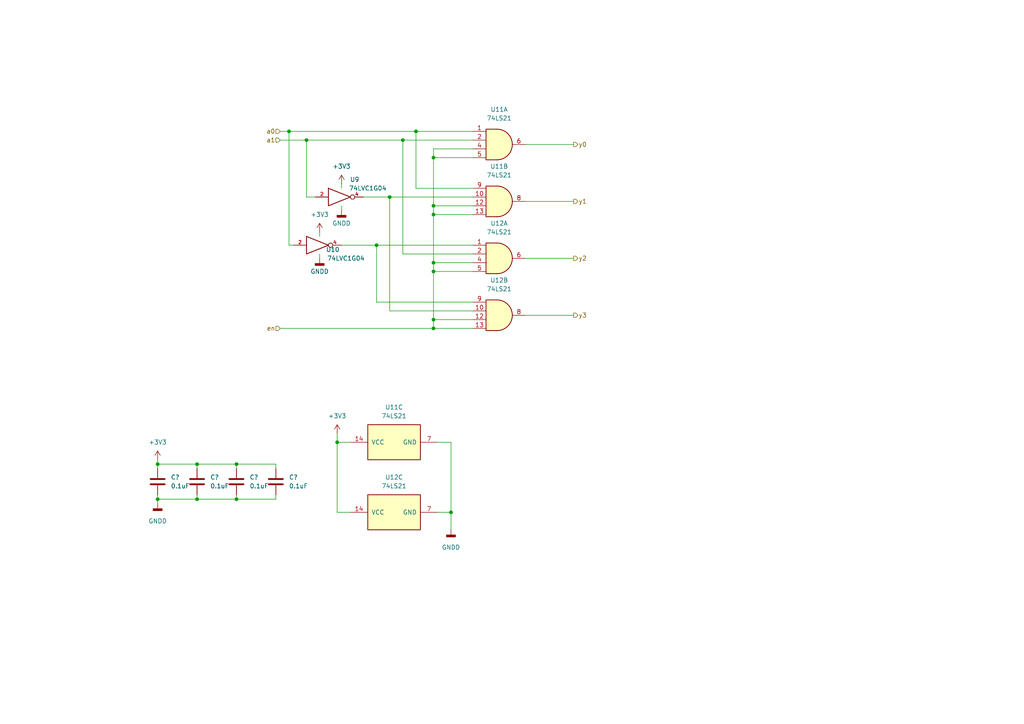
<source format=kicad_sch>
(kicad_sch (version 20211123) (generator eeschema)
  (paper "A4")
  (title_block (title "2x4decoder") (date "2022-06-22") (rev "rev00"))
  (lib_symbols
    (symbol "74xGxx:74LVC1G04" (pin_names (offset 1.016))
      (property "Reference" "U" (at -2.54 3.81 0))
      (property "Value" "74LVC1G04" (at 0 -3.81 0))
      (symbol "74LVC1G04_0_1"
        (polyline (pts (xy -3.81 2.54) (xy -3.81 -2.54) (xy 2.54 0) (xy -3.81 2.54)) (stroke (width 0.254)))
      )
      (symbol "74LVC1G04_1_1"
        (pin input line (at -7.62 0 0) (length 3.81) (name "~") (number "2"))
        (pin power_in line (at 0 -2.54 270) (length 0) hide (name "GND") (number "3"))
        (pin output inverted (at 6.35 0 180) (length 3.81) (name "~") (number "4"))
        (pin power_in line (at 0 2.54 90) (length 0) hide (name "VCC") (number "5"))
      )
    )
    (symbol "74xx:74LS21" (pin_names (offset 1.016))
      (property "Reference" "U" (at 0 1.27 0))
      (property "Value" "74LS21" (at 0 -1.27 0))
      (symbol "74LS21_1_1"
        (arc (start -0.635 -4.445) (mid 3.81 0) (end -0.635 4.445) (stroke (width 0.254)) (fill (type background)))
        (polyline (pts (xy -0.635 4.445) (xy -3.81 4.445) (xy -3.81 -4.445) (xy -0.635 -4.445)) (stroke (width 0.254)) (fill (type background)))
        (pin input line (at -7.62 3.81 0) (length 3.81) (name "~") (number "1"))
        (pin input line (at -7.62 1.27 0) (length 3.81) (name "~") (number "2"))
        (pin input line (at -7.62 -1.27 0) (length 3.81) (name "~") (number "4"))
        (pin input line (at -7.62 -3.81 0) (length 3.81) (name "~") (number "5"))
        (pin output line (at 7.62 0 180) (length 3.81) (name "~") (number "6"))
      )
      (symbol "74LS21_1_2"
        (arc (start -3.81 -4.445) (mid -2.5908 0) (end -3.81 4.445) (stroke (width 0.254)))
        (arc (start -0.6096 -4.445) (mid 2.2246 -2.8422) (end 3.81 0) (stroke (width 0.254)) (fill (type background)))
        (polyline (pts (xy -3.81 -4.445) (xy -0.635 -4.445)) (stroke (width 0.254)) (fill (type background)))
        (polyline (pts (xy -3.81 4.445) (xy -0.635 4.445)) (stroke (width 0.254)) (fill (type background)))
        (polyline (pts (xy -0.635 4.445) (xy -3.81 4.445) (xy -3.81 4.445) (xy -3.6322 4.0894) (xy -3.0988 2.921) (xy -2.7686 1.6764) (xy -2.6162 0.4318) (xy -2.6416 -0.8636) (xy -2.8702 -2.1082) (xy -3.2512 -3.3274) (xy -3.81 -4.445) (xy -3.81 -4.445) (xy -0.635 -4.445)) (stroke (width -25.4)) (fill (type background)))
        (arc (start 3.81 0) (mid 2.2204 2.8379) (end -0.6096 4.445) (stroke (width 0.254)) (fill (type background)))
        (pin input inverted (at -7.62 3.81 0) (length 3.81) (name "~") (number "1"))
        (pin input inverted (at -7.62 1.27 0) (length 4.826) (name "~") (number "2"))
        (pin input inverted (at -7.62 -1.27 0) (length 4.826) (name "~") (number "4"))
        (pin input inverted (at -7.62 -3.81 0) (length 3.81) (name "~") (number "5"))
        (pin output inverted (at 7.62 0 180) (length 3.81) (name "~") (number "6"))
      )
      (symbol "74LS21_2_1"
        (arc (start -0.635 -4.445) (mid 3.81 0) (end -0.635 4.445) (stroke (width 0.254)) (fill (type background)))
        (polyline (pts (xy -0.635 4.445) (xy -3.81 4.445) (xy -3.81 -4.445) (xy -0.635 -4.445)) (stroke (width 0.254)) (fill (type background)))
        (pin input line (at -7.62 1.27 0) (length 3.81) (name "~") (number "10"))
        (pin input line (at -7.62 -1.27 0) (length 3.81) (name "~") (number "12"))
        (pin input line (at -7.62 -3.81 0) (length 3.81) (name "~") (number "13"))
        (pin output line (at 7.62 0 180) (length 3.81) (name "~") (number "8"))
        (pin input line (at -7.62 3.81 0) (length 3.81) (name "~") (number "9"))
      )
      (symbol "74LS21_2_2"
        (arc (start -3.81 -4.445) (mid -2.5908 0) (end -3.81 4.445) (stroke (width 0.254)))
        (arc (start -0.6096 -4.445) (mid 2.2246 -2.8422) (end 3.81 0) (stroke (width 0.254)) (fill (type background)))
        (polyline (pts (xy -3.81 -4.445) (xy -0.635 -4.445)) (stroke (width 0.254)) (fill (type background)))
        (polyline (pts (xy -3.81 4.445) (xy -0.635 4.445)) (stroke (width 0.254)) (fill (type background)))
        (polyline (pts (xy -0.635 4.445) (xy -3.81 4.445) (xy -3.81 4.445) (xy -3.6322 4.0894) (xy -3.0988 2.921) (xy -2.7686 1.6764) (xy -2.6162 0.4318) (xy -2.6416 -0.8636) (xy -2.8702 -2.1082) (xy -3.2512 -3.3274) (xy -3.81 -4.445) (xy -3.81 -4.445) (xy -0.635 -4.445)) (stroke (width -25.4)) (fill (type background)))
        (arc (start 3.81 0) (mid 2.2204 2.8379) (end -0.6096 4.445) (stroke (width 0.254)) (fill (type background)))
        (pin input inverted (at -7.62 1.27 0) (length 4.826) (name "~") (number "10"))
        (pin input inverted (at -7.62 -1.27 0) (length 4.826) (name "~") (number "12"))
        (pin input inverted (at -7.62 -3.81 0) (length 3.81) (name "~") (number "13"))
        (pin output inverted (at 7.62 0 180) (length 3.81) (name "~") (number "8"))
        (pin input inverted (at -7.62 3.81 0) (length 3.81) (name "~") (number "9"))
      )
      (symbol "74LS21_3_0"
        (pin power_in line (at 0 12.7 270) (length 5.08) (name "VCC") (number "14"))
        (pin power_in line (at 0 -12.7 90) (length 5.08) (name "GND") (number "7"))
      )
      (symbol "74LS21_3_1"
        (rectangle (start -5.08 7.62) (end 5.08 -7.62) (stroke (width 0.254)) (fill (type background)))
      )
    )
    (symbol "Device:C" (pin_numbers hide) (pin_names (offset 0.254))
      (property "Reference" "C" (at 0.635 2.54 0))
      (property "Value" "C" (at 0.635 -2.54 0))
      (symbol "C_0_1"
        (polyline (pts (xy -2.032 -0.762) (xy 2.032 -0.762)) (stroke (width 0.508)))
        (polyline (pts (xy -2.032 0.762) (xy 2.032 0.762)) (stroke (width 0.508)))
      )
      (symbol "C_1_1"
        (pin passive line (at 0 3.81 270) (length 2.794) (name "~") (number "1"))
        (pin passive line (at 0 -3.81 90) (length 2.794) (name "~") (number "2"))
      )
    )
    (symbol "power:+3V3" (power) (pin_names (offset 0))
      (property "Value" "+3V3" (at 0 3.556 0))
      (symbol "+3V3_0_1"
        (polyline (pts (xy -0.762 1.27) (xy 0 2.54)))
        (polyline (pts (xy 0 0) (xy 0 2.54)))
        (polyline (pts (xy 0 2.54) (xy 0.762 1.27)))
      )
      (symbol "+3V3_1_1"
        (pin power_in line (at 0 0 90) (length 0) hide (name "+3V3") (number "1"))
      )
    )
    (symbol "power:GNDD" (power) (pin_names (offset 0))
      (property "Value" "GNDD" (at 0 -3.175 0))
      (symbol "GNDD_0_1"
        (rectangle (start -1.27 -1.524) (end 1.27 -2.032) (stroke (width 0.254)) (fill (type outline)))
        (polyline (pts (xy 0 0) (xy 0 -1.524)))
      )
      (symbol "GNDD_1_1"
        (pin power_in line (at 0 0 270) (length 0) hide (name "GNDD") (number "1"))
      )
    )
  )
  (junction (at 109.22 71.12))
  (junction (at 125.73 59.69))
  (junction (at 125.73 45.72))
  (junction (at 45.72 144.78))
  (junction (at 116.84 40.64))
  (junction (at 113.03 57.15))
  (junction (at 120.65 38.1))
  (junction (at 125.73 76.2))
  (junction (at 68.58 134.62))
  (junction (at 125.73 78.74))
  (junction (at 68.58 144.78))
  (junction (at 88.9 40.64))
  (junction (at 125.73 92.71))
  (junction (at 125.73 95.25))
  (junction (at 130.81 148.59))
  (junction (at 125.73 62.23))
  (junction (at 97.79 128.27))
  (junction (at 83.82 38.1))
  (junction (at 57.15 144.78))
  (junction (at 57.15 134.62))
  (junction (at 45.72 134.62))
  (wire (pts (xy 68.58 134.62) (xy 80.01 134.62)))
  (wire (pts (xy 92.71 67.31) (xy 92.71 68.58)))
  (wire (pts (xy 125.73 43.18) (xy 125.73 45.72)))
  (wire (pts (xy 125.73 59.69) (xy 125.73 62.23)))
  (wire (pts (xy 45.72 144.78) (xy 45.72 146.05)))
  (wire (pts (xy 116.84 73.66) (xy 116.84 40.64)))
  (wire (pts (xy 45.72 143.51) (xy 45.72 144.78)))
  (wire (pts (xy 57.15 134.62) (xy 68.58 134.62)))
  (wire (pts (xy 99.06 53.34) (xy 99.06 54.61)))
  (wire (pts (xy 45.72 144.78) (xy 57.15 144.78)))
  (wire (pts (xy 101.6 128.27) (xy 97.79 128.27)))
  (wire (pts (xy 45.72 134.62) (xy 57.15 134.62)))
  (wire (pts (xy 68.58 134.62) (xy 68.58 135.89)))
  (wire (pts (xy 125.73 92.71) (xy 125.73 95.25)))
  (wire (pts (xy 80.01 143.51) (xy 80.01 144.78)))
  (wire (pts (xy 137.16 43.18) (xy 125.73 43.18)))
  (wire (pts (xy 152.4 74.93) (xy 166.37 74.93)))
  (wire (pts (xy 120.65 38.1) (xy 120.65 54.61)))
  (wire (pts (xy 125.73 45.72) (xy 137.16 45.72)))
  (wire (pts (xy 130.81 128.27) (xy 130.81 148.59)))
  (wire (pts (xy 88.9 57.15) (xy 88.9 40.64)))
  (wire (pts (xy 68.58 144.78) (xy 80.01 144.78)))
  (wire (pts (xy 113.03 57.15) (xy 137.16 57.15)))
  (wire (pts (xy 97.79 125.73) (xy 97.79 128.27)))
  (wire (pts (xy 125.73 62.23) (xy 125.73 76.2)))
  (wire (pts (xy 57.15 135.89) (xy 57.15 134.62)))
  (wire (pts (xy 99.06 59.69) (xy 99.06 60.96)))
  (wire (pts (xy 83.82 71.12) (xy 83.82 38.1)))
  (wire (pts (xy 97.79 128.27) (xy 97.79 148.59)))
  (wire (pts (xy 45.72 134.62) (xy 45.72 135.89)))
  (wire (pts (xy 127 148.59) (xy 130.81 148.59)))
  (wire (pts (xy 92.71 73.66) (xy 92.71 74.93)))
  (wire (pts (xy 152.4 41.91) (xy 166.37 41.91)))
  (wire (pts (xy 125.73 45.72) (xy 125.73 59.69)))
  (wire (pts (xy 88.9 40.64) (xy 116.84 40.64)))
  (wire (pts (xy 109.22 71.12) (xy 137.16 71.12)))
  (wire (pts (xy 80.01 135.89) (xy 80.01 134.62)))
  (wire (pts (xy 137.16 73.66) (xy 116.84 73.66)))
  (wire (pts (xy 68.58 143.51) (xy 68.58 144.78)))
  (wire (pts (xy 137.16 76.2) (xy 125.73 76.2)))
  (wire (pts (xy 125.73 62.23) (xy 137.16 62.23)))
  (wire (pts (xy 125.73 95.25) (xy 137.16 95.25)))
  (wire (pts (xy 105.41 57.15) (xy 113.03 57.15)))
  (wire (pts (xy 137.16 59.69) (xy 125.73 59.69)))
  (wire (pts (xy 152.4 91.44) (xy 166.37 91.44)))
  (wire (pts (xy 81.28 95.25) (xy 125.73 95.25)))
  (wire (pts (xy 57.15 143.51) (xy 57.15 144.78)))
  (wire (pts (xy 125.73 78.74) (xy 137.16 78.74)))
  (wire (pts (xy 125.73 78.74) (xy 125.73 92.71)))
  (wire (pts (xy 85.09 71.12) (xy 83.82 71.12)))
  (wire (pts (xy 130.81 148.59) (xy 130.81 153.67)))
  (wire (pts (xy 116.84 40.64) (xy 137.16 40.64)))
  (wire (pts (xy 91.44 57.15) (xy 88.9 57.15)))
  (wire (pts (xy 83.82 38.1) (xy 120.65 38.1)))
  (wire (pts (xy 127 128.27) (xy 130.81 128.27)))
  (wire (pts (xy 113.03 90.17) (xy 137.16 90.17)))
  (wire (pts (xy 137.16 92.71) (xy 125.73 92.71)))
  (wire (pts (xy 152.4 58.42) (xy 166.37 58.42)))
  (wire (pts (xy 109.22 87.63) (xy 109.22 71.12)))
  (wire (pts (xy 99.06 71.12) (xy 109.22 71.12)))
  (wire (pts (xy 97.79 148.59) (xy 101.6 148.59)))
  (wire (pts (xy 57.15 144.78) (xy 68.58 144.78)))
  (wire (pts (xy 109.22 87.63) (xy 137.16 87.63)))
  (wire (pts (xy 45.72 133.35) (xy 45.72 134.62)))
  (wire (pts (xy 125.73 76.2) (xy 125.73 78.74)))
  (wire (pts (xy 81.28 38.1) (xy 83.82 38.1)))
  (wire (pts (xy 120.65 38.1) (xy 137.16 38.1)))
  (wire (pts (xy 81.28 40.64) (xy 88.9 40.64)))
  (wire (pts (xy 113.03 90.17) (xy 113.03 57.15)))
  (wire (pts (xy 137.16 54.61) (xy 120.65 54.61)))
  (hierarchical_label "y2" (shape output) (at 166.37 74.93 0))
  (hierarchical_label "y3" (shape output) (at 166.37 91.44 0))
  (hierarchical_label "a1" (shape input) (at 81.28 40.64 180))
  (hierarchical_label "y0" (shape output) (at 166.37 41.91 0))
  (hierarchical_label "a0" (shape input) (at 81.28 38.1 180))
  (hierarchical_label "y1" (shape output) (at 166.37 58.42 0))
  (hierarchical_label "en" (shape input) (at 81.28 95.25 180))
  (symbol (lib_id "Device:C") (at 45.72 139.7 0) (unit 1)
    (property "Reference" "C?" (at 49.53 138.4299 0) (effects (justify left)))
    (property "Value" "0.1uF" (at 49.53 140.9699 0) (effects (justify left)))
  )
  (symbol (lib_id "74xx:74LS21") (at 144.78 91.44 0) (unit 2)
    (property "Reference" "U12" (at 144.78 81.28 0))
    (property "Value" "74LS21" (at 144.78 83.82 0))
    (property "Datasheet" "http://www.ti.com/lit/gpn/sn74LS21" (effects hide))
  )
  (symbol (lib_id "power:+3V3") (at 99.06 53.34 0) (unit 1)
    (property "Reference" "#PWR?" (effects hide))
    (property "Value" "+3V3" (at 99.06 48.26 0))
  )
  (symbol (lib_id "power:+3V3") (at 97.79 125.73 0) (unit 1)
    (property "Reference" "#PWR?" (effects hide))
    (property "Value" "+3V3" (at 97.79 120.65 0))
  )
  (symbol (lib_id "power:GNDD") (at 99.06 60.96 0) (unit 1)
    (property "Reference" "#PWR?" (effects hide))
    (property "Value" "GNDD" (at 99.06 64.77 0))
  )
  (symbol (lib_id "power:GNDD") (at 92.71 74.93 0) (unit 1)
    (property "Reference" "#PWR?" (effects hide))
    (property "Value" "GNDD" (at 92.71 78.74 0))
  )
  (symbol (lib_id "power:+3V3") (at 92.71 67.31 0) (unit 1)
    (property "Reference" "#PWR?" (effects hide))
    (property "Value" "+3V3" (at 92.71 62.23 0))
  )
  (symbol (lib_id "74xx:74LS21") (at 114.3 148.59 90) (unit 3)
    (property "Reference" "U12" (at 114.3 138.43 90))
    (property "Value" "74LS21" (at 114.3 140.97 90))
    (property "Datasheet" "http://www.ti.com/lit/gpn/sn74LS21" (effects hide))
  )
  (symbol (lib_id "74xGxx:74LVC1G04") (at 99.06 57.15 0) (unit 1)
    (property "Reference" "U9" (at 102.87 52.07 0))
    (property "Value" "74LVC1G04" (at 106.68 54.61 0))
    (property "Datasheet" "http://www.ti.com/lit/sg/scyt129e/scyt129e.pdf" (effects hide))
  )
  (symbol (lib_id "74xx:74LS21") (at 144.78 58.42 0) (unit 2)
    (property "Reference" "U11" (at 144.78 48.26 0))
    (property "Value" "74LS21" (at 144.78 50.8 0))
    (property "Datasheet" "http://www.ti.com/lit/gpn/sn74LS21" (effects hide))
  )
  (symbol (lib_id "Device:C") (at 68.58 139.7 0) (unit 1)
    (property "Reference" "C?" (at 72.39 138.4299 0) (effects (justify left)))
    (property "Value" "0.1uF" (at 72.39 140.9699 0) (effects (justify left)))
  )
  (symbol (lib_id "Device:C") (at 80.01 139.7 0) (unit 1)
    (property "Reference" "C?" (at 83.82 138.4299 0) (effects (justify left)))
    (property "Value" "0.1uF" (at 83.82 140.9699 0) (effects (justify left)))
  )
  (symbol (lib_id "74xx:74LS21") (at 144.78 74.93 0) (unit 1)
    (property "Reference" "U12" (at 144.78 64.77 0))
    (property "Value" "74LS21" (at 144.78 67.31 0))
    (property "Datasheet" "http://www.ti.com/lit/gpn/sn74LS21" (effects hide))
  )
  (symbol (lib_id "74xGxx:74LVC1G04") (at 92.71 71.12 0) (unit 1)
    (property "Reference" "U10" (at 96.52 72.39 0))
    (property "Value" "74LVC1G04" (at 100.33 74.93 0))
    (property "Datasheet" "http://www.ti.com/lit/sg/scyt129e/scyt129e.pdf" (effects hide))
  )
  (symbol (lib_id "Device:C") (at 57.15 139.7 0) (unit 1)
    (property "Reference" "C?" (at 60.96 138.4299 0) (effects (justify left)))
    (property "Value" "0.1uF" (at 60.96 140.9699 0) (effects (justify left)))
  )
  (symbol (lib_id "74xx:74LS21") (at 144.78 41.91 0) (unit 1)
    (property "Reference" "U11" (at 144.78 31.75 0))
    (property "Value" "74LS21" (at 144.78 34.29 0))
    (property "Datasheet" "http://www.ti.com/lit/gpn/sn74LS21" (effects hide))
  )
  (symbol (lib_id "power:+3V3") (at 45.72 133.35 0) (unit 1)
    (property "Reference" "#PWR?" (effects hide))
    (property "Value" "+3V3" (at 45.72 128.27 0))
  )
  (symbol (lib_id "power:GNDD") (at 130.81 153.67 0) (unit 1)
    (property "Reference" "#PWR?" (effects hide))
    (property "Value" "GNDD" (at 130.81 158.75 0))
  )
  (symbol (lib_id "power:GNDD") (at 45.72 146.05 0) (unit 1)
    (property "Reference" "#PWR?" (effects hide))
    (property "Value" "GNDD" (at 45.72 151.13 0))
  )
  (symbol (lib_id "74xx:74LS21") (at 114.3 128.27 90) (unit 3)
    (property "Reference" "U11" (at 114.3 118.11 90))
    (property "Value" "74LS21" (at 114.3 120.65 90))
    (property "Datasheet" "http://www.ti.com/lit/gpn/sn74LS21" (effects hide))
  )
)
</source>
